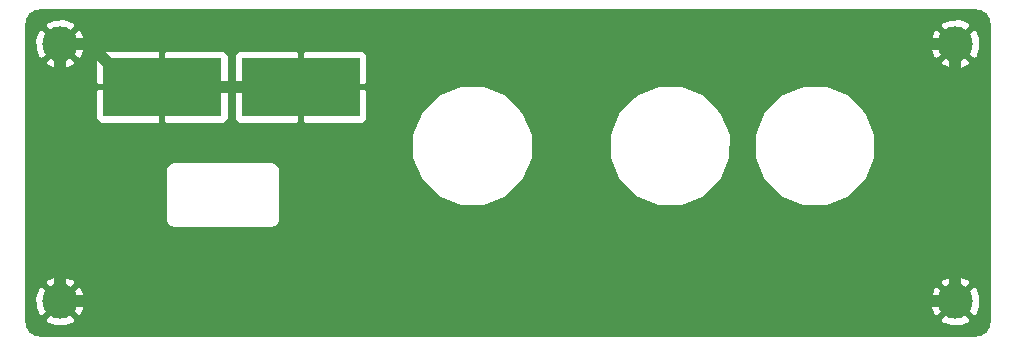
<source format=gbr>
G04 #@! TF.FileFunction,Copper,L2,Bot,Signal*
%FSLAX46Y46*%
G04 Gerber Fmt 4.6, Leading zero omitted, Abs format (unit mm)*
G04 Created by KiCad (PCBNEW 4.0.6) date Sunday, 17 September 2017 'AMt' 11:46:35*
%MOMM*%
%LPD*%
G01*
G04 APERTURE LIST*
%ADD10C,0.100000*%
%ADD11C,3.000000*%
%ADD12R,10.000000X5.000000*%
%ADD13C,1.000000*%
%ADD14C,0.254000*%
G04 APERTURE END LIST*
D10*
D11*
X179400000Y-73600000D03*
X179400000Y-95400000D03*
X103600000Y-95400000D03*
X103600000Y-73600000D03*
D12*
X112250000Y-77250000D03*
X124000000Y-77250000D03*
D13*
X179400000Y-73600000D02*
X124150000Y-73600000D01*
X124150000Y-73600000D02*
X103600000Y-73600000D01*
X112250000Y-77250000D02*
X124000000Y-77250000D01*
X112250000Y-77250000D02*
X109750000Y-77250000D01*
X105721320Y-73600000D02*
X103600000Y-73600000D01*
X109750000Y-77250000D02*
X106100000Y-73600000D01*
X106100000Y-73600000D02*
X105721320Y-73600000D01*
X103600000Y-95400000D02*
X103600000Y-73600000D01*
X179400000Y-95400000D02*
X103600000Y-95400000D01*
X179400000Y-95400000D02*
X179400000Y-73600000D01*
D14*
G36*
X181488338Y-70821046D02*
X181902333Y-71097669D01*
X182178953Y-71511660D01*
X182290000Y-72069931D01*
X182290000Y-96930069D01*
X182178953Y-97488340D01*
X181902333Y-97902331D01*
X181488338Y-98178954D01*
X180930069Y-98290000D01*
X102069931Y-98290000D01*
X101511660Y-98178953D01*
X101097669Y-97902333D01*
X100821046Y-97488338D01*
X100710000Y-96930069D01*
X100710000Y-96913970D01*
X102265635Y-96913970D01*
X102425418Y-97232739D01*
X103216187Y-97542723D01*
X104065387Y-97526497D01*
X104774582Y-97232739D01*
X104934365Y-96913970D01*
X178065635Y-96913970D01*
X178225418Y-97232739D01*
X179016187Y-97542723D01*
X179865387Y-97526497D01*
X180574582Y-97232739D01*
X180734365Y-96913970D01*
X179400000Y-95579605D01*
X178065635Y-96913970D01*
X104934365Y-96913970D01*
X103600000Y-95579605D01*
X102265635Y-96913970D01*
X100710000Y-96913970D01*
X100710000Y-95016187D01*
X101457277Y-95016187D01*
X101473503Y-95865387D01*
X101767261Y-96574582D01*
X102086030Y-96734365D01*
X103420395Y-95400000D01*
X103779605Y-95400000D01*
X105113970Y-96734365D01*
X105432739Y-96574582D01*
X105742723Y-95783813D01*
X105728056Y-95016187D01*
X177257277Y-95016187D01*
X177273503Y-95865387D01*
X177567261Y-96574582D01*
X177886030Y-96734365D01*
X179220395Y-95400000D01*
X179579605Y-95400000D01*
X180913970Y-96734365D01*
X181232739Y-96574582D01*
X181542723Y-95783813D01*
X181526497Y-94934613D01*
X181232739Y-94225418D01*
X180913970Y-94065635D01*
X179579605Y-95400000D01*
X179220395Y-95400000D01*
X177886030Y-94065635D01*
X177567261Y-94225418D01*
X177257277Y-95016187D01*
X105728056Y-95016187D01*
X105726497Y-94934613D01*
X105432739Y-94225418D01*
X105113970Y-94065635D01*
X103779605Y-95400000D01*
X103420395Y-95400000D01*
X102086030Y-94065635D01*
X101767261Y-94225418D01*
X101457277Y-95016187D01*
X100710000Y-95016187D01*
X100710000Y-93886030D01*
X102265635Y-93886030D01*
X103600000Y-95220395D01*
X104934365Y-93886030D01*
X178065635Y-93886030D01*
X179400000Y-95220395D01*
X180734365Y-93886030D01*
X180574582Y-93567261D01*
X179783813Y-93257277D01*
X178934613Y-93273503D01*
X178225418Y-93567261D01*
X178065635Y-93886030D01*
X104934365Y-93886030D01*
X104774582Y-93567261D01*
X103983813Y-93257277D01*
X103134613Y-93273503D01*
X102425418Y-93567261D01*
X102265635Y-93886030D01*
X100710000Y-93886030D01*
X100710000Y-84250000D01*
X112540000Y-84250000D01*
X112540000Y-88500000D01*
X112594046Y-88771705D01*
X112747954Y-89002046D01*
X112978295Y-89155954D01*
X113250000Y-89210000D01*
X121500000Y-89210000D01*
X121771705Y-89155954D01*
X122002046Y-89002046D01*
X122155954Y-88771705D01*
X122210000Y-88500000D01*
X122210000Y-84250000D01*
X122155954Y-83978295D01*
X122002046Y-83747954D01*
X121771705Y-83594046D01*
X121500000Y-83540000D01*
X113250000Y-83540000D01*
X112978295Y-83594046D01*
X112747954Y-83747954D01*
X112594046Y-83978295D01*
X112540000Y-84250000D01*
X100710000Y-84250000D01*
X100710000Y-83266934D01*
X133364110Y-83266934D01*
X134144220Y-85154944D01*
X135587458Y-86600703D01*
X137474104Y-87384107D01*
X139516934Y-87385890D01*
X141404944Y-86605780D01*
X142850703Y-85162542D01*
X143634107Y-83275896D01*
X143634114Y-83266934D01*
X150114110Y-83266934D01*
X150894220Y-85154944D01*
X152337458Y-86600703D01*
X154224104Y-87384107D01*
X156266934Y-87385890D01*
X158154944Y-86605780D01*
X159600703Y-85162542D01*
X160384107Y-83275896D01*
X160384114Y-83266934D01*
X162364110Y-83266934D01*
X163144220Y-85154944D01*
X164587458Y-86600703D01*
X166474104Y-87384107D01*
X168516934Y-87385890D01*
X170404944Y-86605780D01*
X171850703Y-85162542D01*
X172634107Y-83275896D01*
X172635890Y-81233066D01*
X171855780Y-79345056D01*
X170412542Y-77899297D01*
X168525896Y-77115893D01*
X166483066Y-77114110D01*
X164595056Y-77894220D01*
X163149297Y-79337458D01*
X162365893Y-81224104D01*
X162364110Y-83266934D01*
X160384114Y-83266934D01*
X160385890Y-81233066D01*
X159605780Y-79345056D01*
X158162542Y-77899297D01*
X156275896Y-77115893D01*
X154233066Y-77114110D01*
X152345056Y-77894220D01*
X150899297Y-79337458D01*
X150115893Y-81224104D01*
X150114110Y-83266934D01*
X143634114Y-83266934D01*
X143635890Y-81233066D01*
X142855780Y-79345056D01*
X141412542Y-77899297D01*
X139525896Y-77115893D01*
X137483066Y-77114110D01*
X135595056Y-77894220D01*
X134149297Y-79337458D01*
X133365893Y-81224104D01*
X133364110Y-83266934D01*
X100710000Y-83266934D01*
X100710000Y-77535750D01*
X106615000Y-77535750D01*
X106615000Y-79876309D01*
X106711673Y-80109698D01*
X106890301Y-80288327D01*
X107123690Y-80385000D01*
X111964250Y-80385000D01*
X112123000Y-80226250D01*
X112123000Y-77377000D01*
X112377000Y-77377000D01*
X112377000Y-80226250D01*
X112535750Y-80385000D01*
X117376310Y-80385000D01*
X117609699Y-80288327D01*
X117788327Y-80109698D01*
X117885000Y-79876309D01*
X117885000Y-77535750D01*
X118365000Y-77535750D01*
X118365000Y-79876309D01*
X118461673Y-80109698D01*
X118640301Y-80288327D01*
X118873690Y-80385000D01*
X123714250Y-80385000D01*
X123873000Y-80226250D01*
X123873000Y-77377000D01*
X124127000Y-77377000D01*
X124127000Y-80226250D01*
X124285750Y-80385000D01*
X129126310Y-80385000D01*
X129359699Y-80288327D01*
X129538327Y-80109698D01*
X129635000Y-79876309D01*
X129635000Y-77535750D01*
X129476250Y-77377000D01*
X124127000Y-77377000D01*
X123873000Y-77377000D01*
X118523750Y-77377000D01*
X118365000Y-77535750D01*
X117885000Y-77535750D01*
X117726250Y-77377000D01*
X112377000Y-77377000D01*
X112123000Y-77377000D01*
X106773750Y-77377000D01*
X106615000Y-77535750D01*
X100710000Y-77535750D01*
X100710000Y-75113970D01*
X102265635Y-75113970D01*
X102425418Y-75432739D01*
X103216187Y-75742723D01*
X104065387Y-75726497D01*
X104774582Y-75432739D01*
X104934365Y-75113970D01*
X103600000Y-73779605D01*
X102265635Y-75113970D01*
X100710000Y-75113970D01*
X100710000Y-73216187D01*
X101457277Y-73216187D01*
X101473503Y-74065387D01*
X101767261Y-74774582D01*
X102086030Y-74934365D01*
X103420395Y-73600000D01*
X103779605Y-73600000D01*
X105113970Y-74934365D01*
X105432739Y-74774582D01*
X105491888Y-74623691D01*
X106615000Y-74623691D01*
X106615000Y-76964250D01*
X106773750Y-77123000D01*
X112123000Y-77123000D01*
X112123000Y-74273750D01*
X112377000Y-74273750D01*
X112377000Y-77123000D01*
X117726250Y-77123000D01*
X117885000Y-76964250D01*
X117885000Y-74623691D01*
X118365000Y-74623691D01*
X118365000Y-76964250D01*
X118523750Y-77123000D01*
X123873000Y-77123000D01*
X123873000Y-74273750D01*
X124127000Y-74273750D01*
X124127000Y-77123000D01*
X129476250Y-77123000D01*
X129635000Y-76964250D01*
X129635000Y-75113970D01*
X178065635Y-75113970D01*
X178225418Y-75432739D01*
X179016187Y-75742723D01*
X179865387Y-75726497D01*
X180574582Y-75432739D01*
X180734365Y-75113970D01*
X179400000Y-73779605D01*
X178065635Y-75113970D01*
X129635000Y-75113970D01*
X129635000Y-74623691D01*
X129538327Y-74390302D01*
X129359699Y-74211673D01*
X129126310Y-74115000D01*
X124285750Y-74115000D01*
X124127000Y-74273750D01*
X123873000Y-74273750D01*
X123714250Y-74115000D01*
X118873690Y-74115000D01*
X118640301Y-74211673D01*
X118461673Y-74390302D01*
X118365000Y-74623691D01*
X117885000Y-74623691D01*
X117788327Y-74390302D01*
X117609699Y-74211673D01*
X117376310Y-74115000D01*
X112535750Y-74115000D01*
X112377000Y-74273750D01*
X112123000Y-74273750D01*
X111964250Y-74115000D01*
X107123690Y-74115000D01*
X106890301Y-74211673D01*
X106711673Y-74390302D01*
X106615000Y-74623691D01*
X105491888Y-74623691D01*
X105742723Y-73983813D01*
X105728056Y-73216187D01*
X177257277Y-73216187D01*
X177273503Y-74065387D01*
X177567261Y-74774582D01*
X177886030Y-74934365D01*
X179220395Y-73600000D01*
X179579605Y-73600000D01*
X180913970Y-74934365D01*
X181232739Y-74774582D01*
X181542723Y-73983813D01*
X181526497Y-73134613D01*
X181232739Y-72425418D01*
X180913970Y-72265635D01*
X179579605Y-73600000D01*
X179220395Y-73600000D01*
X177886030Y-72265635D01*
X177567261Y-72425418D01*
X177257277Y-73216187D01*
X105728056Y-73216187D01*
X105726497Y-73134613D01*
X105432739Y-72425418D01*
X105113970Y-72265635D01*
X103779605Y-73600000D01*
X103420395Y-73600000D01*
X102086030Y-72265635D01*
X101767261Y-72425418D01*
X101457277Y-73216187D01*
X100710000Y-73216187D01*
X100710000Y-72086030D01*
X102265635Y-72086030D01*
X103600000Y-73420395D01*
X104934365Y-72086030D01*
X178065635Y-72086030D01*
X179400000Y-73420395D01*
X180734365Y-72086030D01*
X180574582Y-71767261D01*
X179783813Y-71457277D01*
X178934613Y-71473503D01*
X178225418Y-71767261D01*
X178065635Y-72086030D01*
X104934365Y-72086030D01*
X104774582Y-71767261D01*
X103983813Y-71457277D01*
X103134613Y-71473503D01*
X102425418Y-71767261D01*
X102265635Y-72086030D01*
X100710000Y-72086030D01*
X100710000Y-72069931D01*
X100821046Y-71511662D01*
X101097669Y-71097667D01*
X101511660Y-70821047D01*
X102069931Y-70710000D01*
X180930069Y-70710000D01*
X181488338Y-70821046D01*
X181488338Y-70821046D01*
G37*
X181488338Y-70821046D02*
X181902333Y-71097669D01*
X182178953Y-71511660D01*
X182290000Y-72069931D01*
X182290000Y-96930069D01*
X182178953Y-97488340D01*
X181902333Y-97902331D01*
X181488338Y-98178954D01*
X180930069Y-98290000D01*
X102069931Y-98290000D01*
X101511660Y-98178953D01*
X101097669Y-97902333D01*
X100821046Y-97488338D01*
X100710000Y-96930069D01*
X100710000Y-96913970D01*
X102265635Y-96913970D01*
X102425418Y-97232739D01*
X103216187Y-97542723D01*
X104065387Y-97526497D01*
X104774582Y-97232739D01*
X104934365Y-96913970D01*
X178065635Y-96913970D01*
X178225418Y-97232739D01*
X179016187Y-97542723D01*
X179865387Y-97526497D01*
X180574582Y-97232739D01*
X180734365Y-96913970D01*
X179400000Y-95579605D01*
X178065635Y-96913970D01*
X104934365Y-96913970D01*
X103600000Y-95579605D01*
X102265635Y-96913970D01*
X100710000Y-96913970D01*
X100710000Y-95016187D01*
X101457277Y-95016187D01*
X101473503Y-95865387D01*
X101767261Y-96574582D01*
X102086030Y-96734365D01*
X103420395Y-95400000D01*
X103779605Y-95400000D01*
X105113970Y-96734365D01*
X105432739Y-96574582D01*
X105742723Y-95783813D01*
X105728056Y-95016187D01*
X177257277Y-95016187D01*
X177273503Y-95865387D01*
X177567261Y-96574582D01*
X177886030Y-96734365D01*
X179220395Y-95400000D01*
X179579605Y-95400000D01*
X180913970Y-96734365D01*
X181232739Y-96574582D01*
X181542723Y-95783813D01*
X181526497Y-94934613D01*
X181232739Y-94225418D01*
X180913970Y-94065635D01*
X179579605Y-95400000D01*
X179220395Y-95400000D01*
X177886030Y-94065635D01*
X177567261Y-94225418D01*
X177257277Y-95016187D01*
X105728056Y-95016187D01*
X105726497Y-94934613D01*
X105432739Y-94225418D01*
X105113970Y-94065635D01*
X103779605Y-95400000D01*
X103420395Y-95400000D01*
X102086030Y-94065635D01*
X101767261Y-94225418D01*
X101457277Y-95016187D01*
X100710000Y-95016187D01*
X100710000Y-93886030D01*
X102265635Y-93886030D01*
X103600000Y-95220395D01*
X104934365Y-93886030D01*
X178065635Y-93886030D01*
X179400000Y-95220395D01*
X180734365Y-93886030D01*
X180574582Y-93567261D01*
X179783813Y-93257277D01*
X178934613Y-93273503D01*
X178225418Y-93567261D01*
X178065635Y-93886030D01*
X104934365Y-93886030D01*
X104774582Y-93567261D01*
X103983813Y-93257277D01*
X103134613Y-93273503D01*
X102425418Y-93567261D01*
X102265635Y-93886030D01*
X100710000Y-93886030D01*
X100710000Y-84250000D01*
X112540000Y-84250000D01*
X112540000Y-88500000D01*
X112594046Y-88771705D01*
X112747954Y-89002046D01*
X112978295Y-89155954D01*
X113250000Y-89210000D01*
X121500000Y-89210000D01*
X121771705Y-89155954D01*
X122002046Y-89002046D01*
X122155954Y-88771705D01*
X122210000Y-88500000D01*
X122210000Y-84250000D01*
X122155954Y-83978295D01*
X122002046Y-83747954D01*
X121771705Y-83594046D01*
X121500000Y-83540000D01*
X113250000Y-83540000D01*
X112978295Y-83594046D01*
X112747954Y-83747954D01*
X112594046Y-83978295D01*
X112540000Y-84250000D01*
X100710000Y-84250000D01*
X100710000Y-83266934D01*
X133364110Y-83266934D01*
X134144220Y-85154944D01*
X135587458Y-86600703D01*
X137474104Y-87384107D01*
X139516934Y-87385890D01*
X141404944Y-86605780D01*
X142850703Y-85162542D01*
X143634107Y-83275896D01*
X143634114Y-83266934D01*
X150114110Y-83266934D01*
X150894220Y-85154944D01*
X152337458Y-86600703D01*
X154224104Y-87384107D01*
X156266934Y-87385890D01*
X158154944Y-86605780D01*
X159600703Y-85162542D01*
X160384107Y-83275896D01*
X160384114Y-83266934D01*
X162364110Y-83266934D01*
X163144220Y-85154944D01*
X164587458Y-86600703D01*
X166474104Y-87384107D01*
X168516934Y-87385890D01*
X170404944Y-86605780D01*
X171850703Y-85162542D01*
X172634107Y-83275896D01*
X172635890Y-81233066D01*
X171855780Y-79345056D01*
X170412542Y-77899297D01*
X168525896Y-77115893D01*
X166483066Y-77114110D01*
X164595056Y-77894220D01*
X163149297Y-79337458D01*
X162365893Y-81224104D01*
X162364110Y-83266934D01*
X160384114Y-83266934D01*
X160385890Y-81233066D01*
X159605780Y-79345056D01*
X158162542Y-77899297D01*
X156275896Y-77115893D01*
X154233066Y-77114110D01*
X152345056Y-77894220D01*
X150899297Y-79337458D01*
X150115893Y-81224104D01*
X150114110Y-83266934D01*
X143634114Y-83266934D01*
X143635890Y-81233066D01*
X142855780Y-79345056D01*
X141412542Y-77899297D01*
X139525896Y-77115893D01*
X137483066Y-77114110D01*
X135595056Y-77894220D01*
X134149297Y-79337458D01*
X133365893Y-81224104D01*
X133364110Y-83266934D01*
X100710000Y-83266934D01*
X100710000Y-77535750D01*
X106615000Y-77535750D01*
X106615000Y-79876309D01*
X106711673Y-80109698D01*
X106890301Y-80288327D01*
X107123690Y-80385000D01*
X111964250Y-80385000D01*
X112123000Y-80226250D01*
X112123000Y-77377000D01*
X112377000Y-77377000D01*
X112377000Y-80226250D01*
X112535750Y-80385000D01*
X117376310Y-80385000D01*
X117609699Y-80288327D01*
X117788327Y-80109698D01*
X117885000Y-79876309D01*
X117885000Y-77535750D01*
X118365000Y-77535750D01*
X118365000Y-79876309D01*
X118461673Y-80109698D01*
X118640301Y-80288327D01*
X118873690Y-80385000D01*
X123714250Y-80385000D01*
X123873000Y-80226250D01*
X123873000Y-77377000D01*
X124127000Y-77377000D01*
X124127000Y-80226250D01*
X124285750Y-80385000D01*
X129126310Y-80385000D01*
X129359699Y-80288327D01*
X129538327Y-80109698D01*
X129635000Y-79876309D01*
X129635000Y-77535750D01*
X129476250Y-77377000D01*
X124127000Y-77377000D01*
X123873000Y-77377000D01*
X118523750Y-77377000D01*
X118365000Y-77535750D01*
X117885000Y-77535750D01*
X117726250Y-77377000D01*
X112377000Y-77377000D01*
X112123000Y-77377000D01*
X106773750Y-77377000D01*
X106615000Y-77535750D01*
X100710000Y-77535750D01*
X100710000Y-75113970D01*
X102265635Y-75113970D01*
X102425418Y-75432739D01*
X103216187Y-75742723D01*
X104065387Y-75726497D01*
X104774582Y-75432739D01*
X104934365Y-75113970D01*
X103600000Y-73779605D01*
X102265635Y-75113970D01*
X100710000Y-75113970D01*
X100710000Y-73216187D01*
X101457277Y-73216187D01*
X101473503Y-74065387D01*
X101767261Y-74774582D01*
X102086030Y-74934365D01*
X103420395Y-73600000D01*
X103779605Y-73600000D01*
X105113970Y-74934365D01*
X105432739Y-74774582D01*
X105491888Y-74623691D01*
X106615000Y-74623691D01*
X106615000Y-76964250D01*
X106773750Y-77123000D01*
X112123000Y-77123000D01*
X112123000Y-74273750D01*
X112377000Y-74273750D01*
X112377000Y-77123000D01*
X117726250Y-77123000D01*
X117885000Y-76964250D01*
X117885000Y-74623691D01*
X118365000Y-74623691D01*
X118365000Y-76964250D01*
X118523750Y-77123000D01*
X123873000Y-77123000D01*
X123873000Y-74273750D01*
X124127000Y-74273750D01*
X124127000Y-77123000D01*
X129476250Y-77123000D01*
X129635000Y-76964250D01*
X129635000Y-75113970D01*
X178065635Y-75113970D01*
X178225418Y-75432739D01*
X179016187Y-75742723D01*
X179865387Y-75726497D01*
X180574582Y-75432739D01*
X180734365Y-75113970D01*
X179400000Y-73779605D01*
X178065635Y-75113970D01*
X129635000Y-75113970D01*
X129635000Y-74623691D01*
X129538327Y-74390302D01*
X129359699Y-74211673D01*
X129126310Y-74115000D01*
X124285750Y-74115000D01*
X124127000Y-74273750D01*
X123873000Y-74273750D01*
X123714250Y-74115000D01*
X118873690Y-74115000D01*
X118640301Y-74211673D01*
X118461673Y-74390302D01*
X118365000Y-74623691D01*
X117885000Y-74623691D01*
X117788327Y-74390302D01*
X117609699Y-74211673D01*
X117376310Y-74115000D01*
X112535750Y-74115000D01*
X112377000Y-74273750D01*
X112123000Y-74273750D01*
X111964250Y-74115000D01*
X107123690Y-74115000D01*
X106890301Y-74211673D01*
X106711673Y-74390302D01*
X106615000Y-74623691D01*
X105491888Y-74623691D01*
X105742723Y-73983813D01*
X105728056Y-73216187D01*
X177257277Y-73216187D01*
X177273503Y-74065387D01*
X177567261Y-74774582D01*
X177886030Y-74934365D01*
X179220395Y-73600000D01*
X179579605Y-73600000D01*
X180913970Y-74934365D01*
X181232739Y-74774582D01*
X181542723Y-73983813D01*
X181526497Y-73134613D01*
X181232739Y-72425418D01*
X180913970Y-72265635D01*
X179579605Y-73600000D01*
X179220395Y-73600000D01*
X177886030Y-72265635D01*
X177567261Y-72425418D01*
X177257277Y-73216187D01*
X105728056Y-73216187D01*
X105726497Y-73134613D01*
X105432739Y-72425418D01*
X105113970Y-72265635D01*
X103779605Y-73600000D01*
X103420395Y-73600000D01*
X102086030Y-72265635D01*
X101767261Y-72425418D01*
X101457277Y-73216187D01*
X100710000Y-73216187D01*
X100710000Y-72086030D01*
X102265635Y-72086030D01*
X103600000Y-73420395D01*
X104934365Y-72086030D01*
X178065635Y-72086030D01*
X179400000Y-73420395D01*
X180734365Y-72086030D01*
X180574582Y-71767261D01*
X179783813Y-71457277D01*
X178934613Y-71473503D01*
X178225418Y-71767261D01*
X178065635Y-72086030D01*
X104934365Y-72086030D01*
X104774582Y-71767261D01*
X103983813Y-71457277D01*
X103134613Y-71473503D01*
X102425418Y-71767261D01*
X102265635Y-72086030D01*
X100710000Y-72086030D01*
X100710000Y-72069931D01*
X100821046Y-71511662D01*
X101097669Y-71097667D01*
X101511660Y-70821047D01*
X102069931Y-70710000D01*
X180930069Y-70710000D01*
X181488338Y-70821046D01*
M02*

</source>
